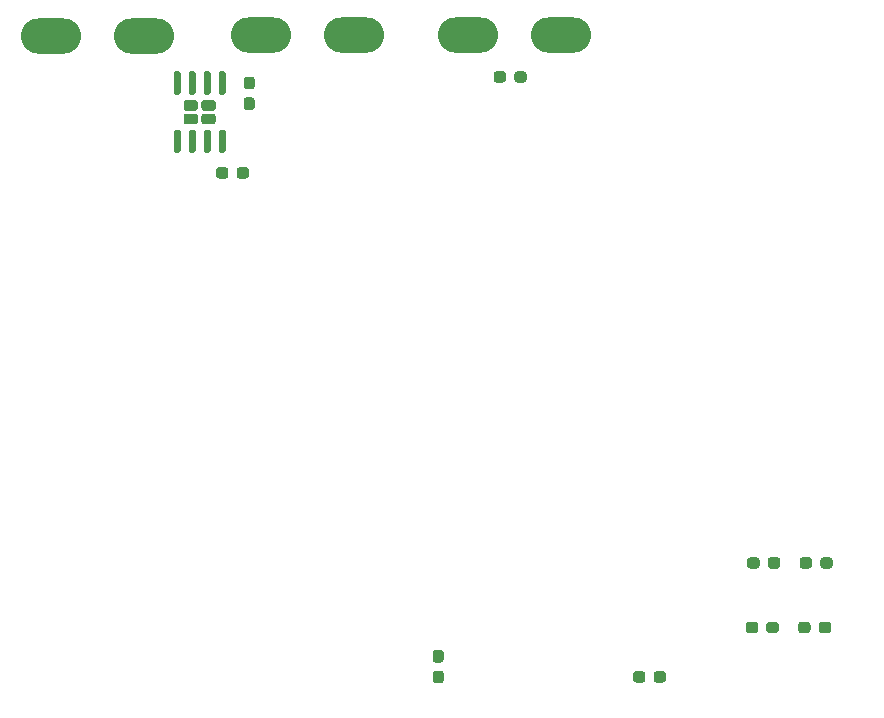
<source format=gbr>
%TF.GenerationSoftware,KiCad,Pcbnew,(5.1.6)-1*%
%TF.CreationDate,2022-03-14T17:12:02-05:00*%
%TF.ProjectId,2022 Multimedia Rev1,32303232-204d-4756-9c74-696d65646961,rev?*%
%TF.SameCoordinates,Original*%
%TF.FileFunction,Paste,Top*%
%TF.FilePolarity,Positive*%
%FSLAX46Y46*%
G04 Gerber Fmt 4.6, Leading zero omitted, Abs format (unit mm)*
G04 Created by KiCad (PCBNEW (5.1.6)-1) date 2022-03-14 17:12:02*
%MOMM*%
%LPD*%
G01*
G04 APERTURE LIST*
%ADD10O,5.100000X3.000000*%
G04 APERTURE END LIST*
D10*
%TO.C,Conn4*%
X160528000Y-50800000D03*
X152654000Y-50800000D03*
%TD*%
%TO.C,Conn3*%
X142960000Y-50800000D03*
X135086000Y-50800000D03*
%TD*%
%TO.C,Conn2*%
X125222000Y-50927000D03*
X117348000Y-50927000D03*
%TD*%
%TO.C,C10*%
G36*
G01*
X133874500Y-56089000D02*
X134349500Y-56089000D01*
G75*
G02*
X134587000Y-56326500I0J-237500D01*
G01*
X134587000Y-56901500D01*
G75*
G02*
X134349500Y-57139000I-237500J0D01*
G01*
X133874500Y-57139000D01*
G75*
G02*
X133637000Y-56901500I0J237500D01*
G01*
X133637000Y-56326500D01*
G75*
G02*
X133874500Y-56089000I237500J0D01*
G01*
G37*
G36*
G01*
X133874500Y-54339000D02*
X134349500Y-54339000D01*
G75*
G02*
X134587000Y-54576500I0J-237500D01*
G01*
X134587000Y-55151500D01*
G75*
G02*
X134349500Y-55389000I-237500J0D01*
G01*
X133874500Y-55389000D01*
G75*
G02*
X133637000Y-55151500I0J237500D01*
G01*
X133637000Y-54576500D01*
G75*
G02*
X133874500Y-54339000I237500J0D01*
G01*
G37*
%TD*%
%TO.C,C9*%
G36*
G01*
X133051000Y-62721500D02*
X133051000Y-62246500D01*
G75*
G02*
X133288500Y-62009000I237500J0D01*
G01*
X133863500Y-62009000D01*
G75*
G02*
X134101000Y-62246500I0J-237500D01*
G01*
X134101000Y-62721500D01*
G75*
G02*
X133863500Y-62959000I-237500J0D01*
G01*
X133288500Y-62959000D01*
G75*
G02*
X133051000Y-62721500I0J237500D01*
G01*
G37*
G36*
G01*
X131301000Y-62721500D02*
X131301000Y-62246500D01*
G75*
G02*
X131538500Y-62009000I237500J0D01*
G01*
X132113500Y-62009000D01*
G75*
G02*
X132351000Y-62246500I0J-237500D01*
G01*
X132351000Y-62721500D01*
G75*
G02*
X132113500Y-62959000I-237500J0D01*
G01*
X131538500Y-62959000D01*
G75*
G02*
X131301000Y-62721500I0J237500D01*
G01*
G37*
%TD*%
%TO.C,U3*%
G36*
G01*
X128796000Y-57449000D02*
X129546000Y-57449000D01*
G75*
G02*
X129776000Y-57679000I0J-230000D01*
G01*
X129776000Y-58139000D01*
G75*
G02*
X129546000Y-58369000I-230000J0D01*
G01*
X128796000Y-58369000D01*
G75*
G02*
X128566000Y-58139000I0J230000D01*
G01*
X128566000Y-57679000D01*
G75*
G02*
X128796000Y-57449000I230000J0D01*
G01*
G37*
G36*
G01*
X130296000Y-57449000D02*
X131046000Y-57449000D01*
G75*
G02*
X131276000Y-57679000I0J-230000D01*
G01*
X131276000Y-58139000D01*
G75*
G02*
X131046000Y-58369000I-230000J0D01*
G01*
X130296000Y-58369000D01*
G75*
G02*
X130066000Y-58139000I0J230000D01*
G01*
X130066000Y-57679000D01*
G75*
G02*
X130296000Y-57449000I230000J0D01*
G01*
G37*
G36*
G01*
X128796000Y-56309000D02*
X129546000Y-56309000D01*
G75*
G02*
X129776000Y-56539000I0J-230000D01*
G01*
X129776000Y-56999000D01*
G75*
G02*
X129546000Y-57229000I-230000J0D01*
G01*
X128796000Y-57229000D01*
G75*
G02*
X128566000Y-56999000I0J230000D01*
G01*
X128566000Y-56539000D01*
G75*
G02*
X128796000Y-56309000I230000J0D01*
G01*
G37*
G36*
G01*
X130296000Y-56309000D02*
X131046000Y-56309000D01*
G75*
G02*
X131276000Y-56539000I0J-230000D01*
G01*
X131276000Y-56999000D01*
G75*
G02*
X131046000Y-57229000I-230000J0D01*
G01*
X130296000Y-57229000D01*
G75*
G02*
X130066000Y-56999000I0J230000D01*
G01*
X130066000Y-56539000D01*
G75*
G02*
X130296000Y-56309000I230000J0D01*
G01*
G37*
G36*
G01*
X131676000Y-58839000D02*
X131976000Y-58839000D01*
G75*
G02*
X132126000Y-58989000I0J-150000D01*
G01*
X132126000Y-60639000D01*
G75*
G02*
X131976000Y-60789000I-150000J0D01*
G01*
X131676000Y-60789000D01*
G75*
G02*
X131526000Y-60639000I0J150000D01*
G01*
X131526000Y-58989000D01*
G75*
G02*
X131676000Y-58839000I150000J0D01*
G01*
G37*
G36*
G01*
X130406000Y-58839000D02*
X130706000Y-58839000D01*
G75*
G02*
X130856000Y-58989000I0J-150000D01*
G01*
X130856000Y-60639000D01*
G75*
G02*
X130706000Y-60789000I-150000J0D01*
G01*
X130406000Y-60789000D01*
G75*
G02*
X130256000Y-60639000I0J150000D01*
G01*
X130256000Y-58989000D01*
G75*
G02*
X130406000Y-58839000I150000J0D01*
G01*
G37*
G36*
G01*
X129136000Y-58839000D02*
X129436000Y-58839000D01*
G75*
G02*
X129586000Y-58989000I0J-150000D01*
G01*
X129586000Y-60639000D01*
G75*
G02*
X129436000Y-60789000I-150000J0D01*
G01*
X129136000Y-60789000D01*
G75*
G02*
X128986000Y-60639000I0J150000D01*
G01*
X128986000Y-58989000D01*
G75*
G02*
X129136000Y-58839000I150000J0D01*
G01*
G37*
G36*
G01*
X127866000Y-58839000D02*
X128166000Y-58839000D01*
G75*
G02*
X128316000Y-58989000I0J-150000D01*
G01*
X128316000Y-60639000D01*
G75*
G02*
X128166000Y-60789000I-150000J0D01*
G01*
X127866000Y-60789000D01*
G75*
G02*
X127716000Y-60639000I0J150000D01*
G01*
X127716000Y-58989000D01*
G75*
G02*
X127866000Y-58839000I150000J0D01*
G01*
G37*
G36*
G01*
X127866000Y-53889000D02*
X128166000Y-53889000D01*
G75*
G02*
X128316000Y-54039000I0J-150000D01*
G01*
X128316000Y-55689000D01*
G75*
G02*
X128166000Y-55839000I-150000J0D01*
G01*
X127866000Y-55839000D01*
G75*
G02*
X127716000Y-55689000I0J150000D01*
G01*
X127716000Y-54039000D01*
G75*
G02*
X127866000Y-53889000I150000J0D01*
G01*
G37*
G36*
G01*
X129136000Y-53889000D02*
X129436000Y-53889000D01*
G75*
G02*
X129586000Y-54039000I0J-150000D01*
G01*
X129586000Y-55689000D01*
G75*
G02*
X129436000Y-55839000I-150000J0D01*
G01*
X129136000Y-55839000D01*
G75*
G02*
X128986000Y-55689000I0J150000D01*
G01*
X128986000Y-54039000D01*
G75*
G02*
X129136000Y-53889000I150000J0D01*
G01*
G37*
G36*
G01*
X130406000Y-53889000D02*
X130706000Y-53889000D01*
G75*
G02*
X130856000Y-54039000I0J-150000D01*
G01*
X130856000Y-55689000D01*
G75*
G02*
X130706000Y-55839000I-150000J0D01*
G01*
X130406000Y-55839000D01*
G75*
G02*
X130256000Y-55689000I0J150000D01*
G01*
X130256000Y-54039000D01*
G75*
G02*
X130406000Y-53889000I150000J0D01*
G01*
G37*
G36*
G01*
X131676000Y-53889000D02*
X131976000Y-53889000D01*
G75*
G02*
X132126000Y-54039000I0J-150000D01*
G01*
X132126000Y-55689000D01*
G75*
G02*
X131976000Y-55839000I-150000J0D01*
G01*
X131676000Y-55839000D01*
G75*
G02*
X131526000Y-55689000I0J150000D01*
G01*
X131526000Y-54039000D01*
G75*
G02*
X131676000Y-53889000I150000J0D01*
G01*
G37*
%TD*%
%TO.C,R2*%
G36*
G01*
X177323000Y-95266500D02*
X177323000Y-95741500D01*
G75*
G02*
X177085500Y-95979000I-237500J0D01*
G01*
X176510500Y-95979000D01*
G75*
G02*
X176273000Y-95741500I0J237500D01*
G01*
X176273000Y-95266500D01*
G75*
G02*
X176510500Y-95029000I237500J0D01*
G01*
X177085500Y-95029000D01*
G75*
G02*
X177323000Y-95266500I0J-237500D01*
G01*
G37*
G36*
G01*
X179073000Y-95266500D02*
X179073000Y-95741500D01*
G75*
G02*
X178835500Y-95979000I-237500J0D01*
G01*
X178260500Y-95979000D01*
G75*
G02*
X178023000Y-95741500I0J237500D01*
G01*
X178023000Y-95266500D01*
G75*
G02*
X178260500Y-95029000I237500J0D01*
G01*
X178835500Y-95029000D01*
G75*
G02*
X179073000Y-95266500I0J-237500D01*
G01*
G37*
%TD*%
%TO.C,R1*%
G36*
G01*
X177196000Y-100727500D02*
X177196000Y-101202500D01*
G75*
G02*
X176958500Y-101440000I-237500J0D01*
G01*
X176383500Y-101440000D01*
G75*
G02*
X176146000Y-101202500I0J237500D01*
G01*
X176146000Y-100727500D01*
G75*
G02*
X176383500Y-100490000I237500J0D01*
G01*
X176958500Y-100490000D01*
G75*
G02*
X177196000Y-100727500I0J-237500D01*
G01*
G37*
G36*
G01*
X178946000Y-100727500D02*
X178946000Y-101202500D01*
G75*
G02*
X178708500Y-101440000I-237500J0D01*
G01*
X178133500Y-101440000D01*
G75*
G02*
X177896000Y-101202500I0J237500D01*
G01*
X177896000Y-100727500D01*
G75*
G02*
X178133500Y-100490000I237500J0D01*
G01*
X178708500Y-100490000D01*
G75*
G02*
X178946000Y-100727500I0J-237500D01*
G01*
G37*
%TD*%
%TO.C,D2*%
G36*
G01*
X181768000Y-95266500D02*
X181768000Y-95741500D01*
G75*
G02*
X181530500Y-95979000I-237500J0D01*
G01*
X180955500Y-95979000D01*
G75*
G02*
X180718000Y-95741500I0J237500D01*
G01*
X180718000Y-95266500D01*
G75*
G02*
X180955500Y-95029000I237500J0D01*
G01*
X181530500Y-95029000D01*
G75*
G02*
X181768000Y-95266500I0J-237500D01*
G01*
G37*
G36*
G01*
X183518000Y-95266500D02*
X183518000Y-95741500D01*
G75*
G02*
X183280500Y-95979000I-237500J0D01*
G01*
X182705500Y-95979000D01*
G75*
G02*
X182468000Y-95741500I0J237500D01*
G01*
X182468000Y-95266500D01*
G75*
G02*
X182705500Y-95029000I237500J0D01*
G01*
X183280500Y-95029000D01*
G75*
G02*
X183518000Y-95266500I0J-237500D01*
G01*
G37*
%TD*%
%TO.C,D1*%
G36*
G01*
X181641000Y-100727500D02*
X181641000Y-101202500D01*
G75*
G02*
X181403500Y-101440000I-237500J0D01*
G01*
X180828500Y-101440000D01*
G75*
G02*
X180591000Y-101202500I0J237500D01*
G01*
X180591000Y-100727500D01*
G75*
G02*
X180828500Y-100490000I237500J0D01*
G01*
X181403500Y-100490000D01*
G75*
G02*
X181641000Y-100727500I0J-237500D01*
G01*
G37*
G36*
G01*
X183391000Y-100727500D02*
X183391000Y-101202500D01*
G75*
G02*
X183153500Y-101440000I-237500J0D01*
G01*
X182578500Y-101440000D01*
G75*
G02*
X182341000Y-101202500I0J237500D01*
G01*
X182341000Y-100727500D01*
G75*
G02*
X182578500Y-100490000I237500J0D01*
G01*
X183153500Y-100490000D01*
G75*
G02*
X183391000Y-100727500I0J-237500D01*
G01*
G37*
%TD*%
%TO.C,C7*%
G36*
G01*
X156560000Y-54593500D02*
X156560000Y-54118500D01*
G75*
G02*
X156797500Y-53881000I237500J0D01*
G01*
X157372500Y-53881000D01*
G75*
G02*
X157610000Y-54118500I0J-237500D01*
G01*
X157610000Y-54593500D01*
G75*
G02*
X157372500Y-54831000I-237500J0D01*
G01*
X156797500Y-54831000D01*
G75*
G02*
X156560000Y-54593500I0J237500D01*
G01*
G37*
G36*
G01*
X154810000Y-54593500D02*
X154810000Y-54118500D01*
G75*
G02*
X155047500Y-53881000I237500J0D01*
G01*
X155622500Y-53881000D01*
G75*
G02*
X155860000Y-54118500I0J-237500D01*
G01*
X155860000Y-54593500D01*
G75*
G02*
X155622500Y-54831000I-237500J0D01*
G01*
X155047500Y-54831000D01*
G75*
G02*
X154810000Y-54593500I0J237500D01*
G01*
G37*
%TD*%
%TO.C,C4*%
G36*
G01*
X168357000Y-105393500D02*
X168357000Y-104918500D01*
G75*
G02*
X168594500Y-104681000I237500J0D01*
G01*
X169169500Y-104681000D01*
G75*
G02*
X169407000Y-104918500I0J-237500D01*
G01*
X169407000Y-105393500D01*
G75*
G02*
X169169500Y-105631000I-237500J0D01*
G01*
X168594500Y-105631000D01*
G75*
G02*
X168357000Y-105393500I0J237500D01*
G01*
G37*
G36*
G01*
X166607000Y-105393500D02*
X166607000Y-104918500D01*
G75*
G02*
X166844500Y-104681000I237500J0D01*
G01*
X167419500Y-104681000D01*
G75*
G02*
X167657000Y-104918500I0J-237500D01*
G01*
X167657000Y-105393500D01*
G75*
G02*
X167419500Y-105631000I-237500J0D01*
G01*
X166844500Y-105631000D01*
G75*
G02*
X166607000Y-105393500I0J237500D01*
G01*
G37*
%TD*%
%TO.C,C1*%
G36*
G01*
X150351500Y-103931000D02*
X149876500Y-103931000D01*
G75*
G02*
X149639000Y-103693500I0J237500D01*
G01*
X149639000Y-103118500D01*
G75*
G02*
X149876500Y-102881000I237500J0D01*
G01*
X150351500Y-102881000D01*
G75*
G02*
X150589000Y-103118500I0J-237500D01*
G01*
X150589000Y-103693500D01*
G75*
G02*
X150351500Y-103931000I-237500J0D01*
G01*
G37*
G36*
G01*
X150351500Y-105681000D02*
X149876500Y-105681000D01*
G75*
G02*
X149639000Y-105443500I0J237500D01*
G01*
X149639000Y-104868500D01*
G75*
G02*
X149876500Y-104631000I237500J0D01*
G01*
X150351500Y-104631000D01*
G75*
G02*
X150589000Y-104868500I0J-237500D01*
G01*
X150589000Y-105443500D01*
G75*
G02*
X150351500Y-105681000I-237500J0D01*
G01*
G37*
%TD*%
M02*

</source>
